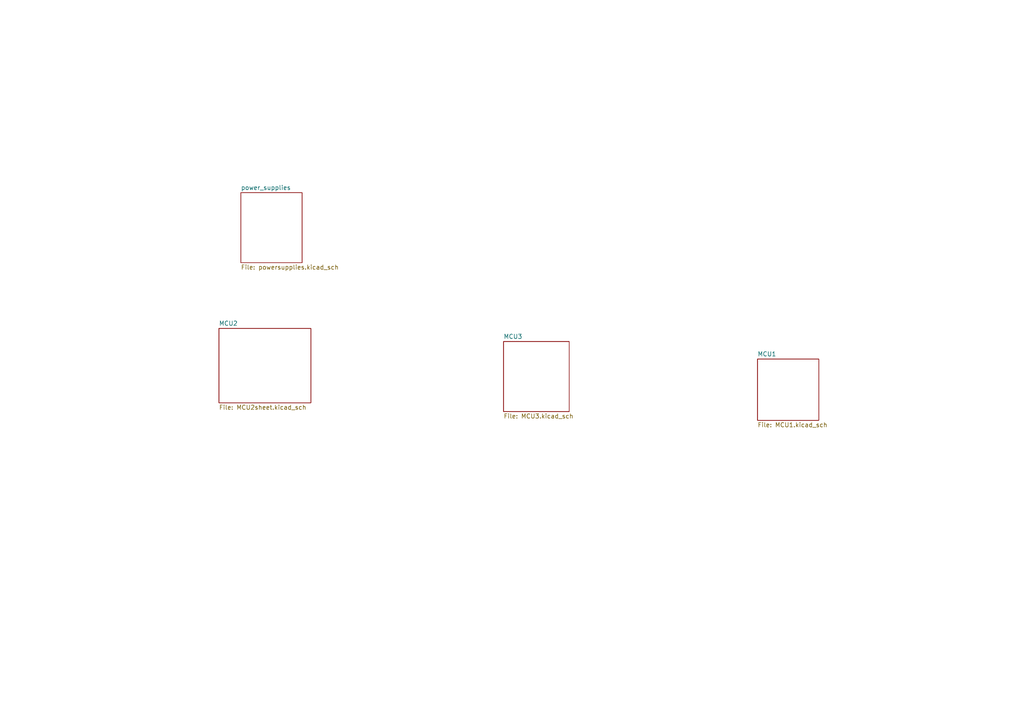
<source format=kicad_sch>
(kicad_sch
	(version 20231120)
	(generator "eeschema")
	(generator_version "8.0")
	(uuid "10f84de9-8bfb-40b1-9de5-d67279e8e055")
	(paper "A4")
	(lib_symbols)
	(sheet
		(at 69.85 55.88)
		(size 17.78 20.32)
		(fields_autoplaced yes)
		(stroke
			(width 0.1524)
			(type solid)
		)
		(fill
			(color 0 0 0 0.0000)
		)
		(uuid "06c0e78b-bce8-4411-a73b-5e72427a6bb7")
		(property "Sheetname" "power_supplies"
			(at 69.85 55.1684 0)
			(effects
				(font
					(size 1.27 1.27)
				)
				(justify left bottom)
			)
		)
		(property "Sheetfile" "powersupplies.kicad_sch"
			(at 69.85 76.7846 0)
			(effects
				(font
					(size 1.27 1.27)
				)
				(justify left top)
			)
		)
		(instances
			(project "electrical_design_hvac_v2"
				(path "/10f84de9-8bfb-40b1-9de5-d67279e8e055"
					(page "5")
				)
			)
		)
	)
	(sheet
		(at 146.05 99.06)
		(size 19.05 20.32)
		(fields_autoplaced yes)
		(stroke
			(width 0.1524)
			(type solid)
		)
		(fill
			(color 0 0 0 0.0000)
		)
		(uuid "6a9f101b-3dde-4254-a83b-a15c5322ec42")
		(property "Sheetname" "MCU3"
			(at 146.05 98.3484 0)
			(effects
				(font
					(size 1.27 1.27)
				)
				(justify left bottom)
			)
		)
		(property "Sheetfile" "MCU3.kicad_sch"
			(at 146.05 119.9646 0)
			(effects
				(font
					(size 1.27 1.27)
				)
				(justify left top)
			)
		)
		(instances
			(project "electrical_design_hvac_v2"
				(path "/10f84de9-8bfb-40b1-9de5-d67279e8e055"
					(page "4")
				)
			)
		)
	)
	(sheet
		(at 63.5 95.25)
		(size 26.67 21.59)
		(fields_autoplaced yes)
		(stroke
			(width 0.1524)
			(type solid)
		)
		(fill
			(color 0 0 0 0.0000)
		)
		(uuid "e5458ee6-7e8e-417f-9e18-c219e2c3917b")
		(property "Sheetname" "MCU2"
			(at 63.5 94.5384 0)
			(effects
				(font
					(size 1.27 1.27)
				)
				(justify left bottom)
			)
		)
		(property "Sheetfile" "MCU2sheet.kicad_sch"
			(at 63.5 117.4246 0)
			(effects
				(font
					(size 1.27 1.27)
				)
				(justify left top)
			)
		)
		(instances
			(project "electrical_design_hvac_v2"
				(path "/10f84de9-8bfb-40b1-9de5-d67279e8e055"
					(page "3")
				)
			)
		)
	)
	(sheet
		(at 219.71 104.14)
		(size 17.78 17.78)
		(fields_autoplaced yes)
		(stroke
			(width 0.1524)
			(type solid)
		)
		(fill
			(color 0 0 0 0.0000)
		)
		(uuid "f5f43704-5962-4eb6-aed5-9d82e02dccd3")
		(property "Sheetname" "MCU1"
			(at 219.71 103.4284 0)
			(effects
				(font
					(size 1.27 1.27)
				)
				(justify left bottom)
			)
		)
		(property "Sheetfile" "MCU1.kicad_sch"
			(at 219.71 122.5046 0)
			(effects
				(font
					(size 1.27 1.27)
				)
				(justify left top)
			)
		)
		(instances
			(project "electrical_design_hvac_v2"
				(path "/10f84de9-8bfb-40b1-9de5-d67279e8e055"
					(page "2")
				)
			)
		)
	)
	(sheet_instances
		(path "/"
			(page "1")
		)
	)
)

</source>
